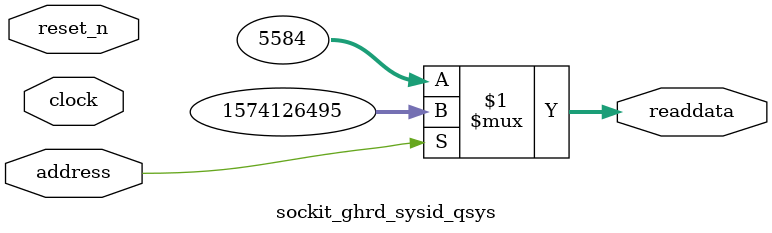
<source format=v>



// synthesis translate_off
`timescale 1ns / 1ps
// synthesis translate_on

// turn off superfluous verilog processor warnings 
// altera message_level Level1 
// altera message_off 10034 10035 10036 10037 10230 10240 10030 

module sockit_ghrd_sysid_qsys (
               // inputs:
                address,
                clock,
                reset_n,

               // outputs:
                readdata
             )
;

  output  [ 31: 0] readdata;
  input            address;
  input            clock;
  input            reset_n;

  wire    [ 31: 0] readdata;
  //control_slave, which is an e_avalon_slave
  assign readdata = address ? 1574126495 : 5584;

endmodule



</source>
